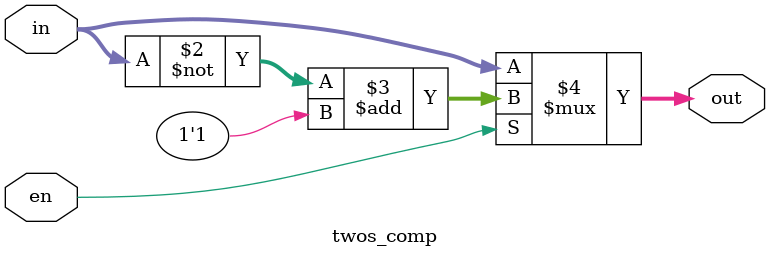
<source format=sv>
module twos_comp #(
  parameter WIDTH = 32
)(
  input  logic [WIDTH-1:0] in,
  input  logic en,
  output logic [WIDTH-1:0] out
);
  always_comb begin
    out = en ? (~in + 1'b1) : in;
  end
endmodule

</source>
